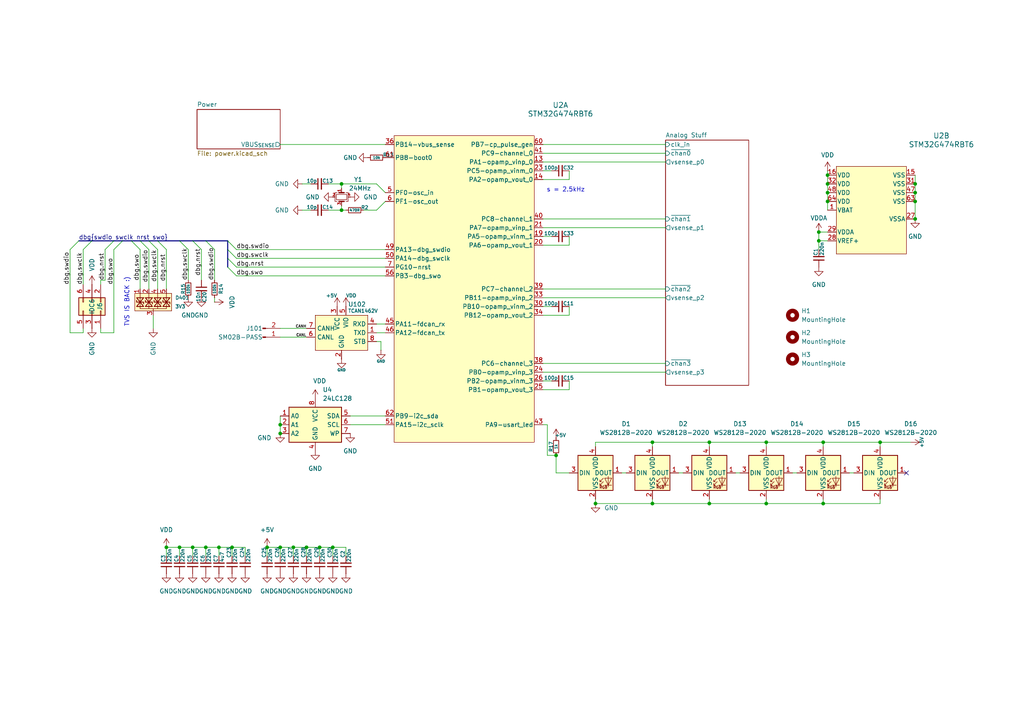
<source format=kicad_sch>
(kicad_sch (version 20250114) (generator "eeschema") (generator_version "9.0")
  (paper "A4")
  (lib_symbols
    (symbol "Bluesat:C_CompactH" (pin_numbers (hide yes)) (pin_names (offset 0.254) (hide yes))
      (property "Reference" "C" (at 0.762 0.889 0))
      (property "Value" "C_CompactH" (at -0.762 0.889 0))
      (symbol "C_CompactH_1_1"
        (pin passive line (at -2.54 0 0) (length 2.032) (name "~") (number "1"))
        (pin passive line (at 2.54 0 180) (length 2.032) (name "~") (number "2"))
      )
    )
    (symbol "Bluesat:C_CompactV" (pin_numbers (hide yes)) (pin_names (offset 0.254) (hide yes))
      (property "Reference" "C" (at -0.889 0.762 90))
      (property "Value" "C_CompactV" (at 0.889 0.762 90))
      (symbol "C_CompactV_1_1"
        (pin passive line (at 0 2.54 270) (length 2.032) (name "~") (number "2"))
        (pin passive line (at 0 -2.54 90) (length 2.032) (name "~") (number "1"))
      )
    )
    (symbol "Bluesat:D_TVS_Quad_Compact" (pin_names (offset 1.016) (hide yes))
      (property "Reference" "D" (at 0 6.35 0))
      (property "Value" "D_TVS_Dual_Compact" (at 0 5.08 0))
      (symbol "D_TVS_Quad_Compact_1_1"
        (pin passive line (at -3.81 3.81 270) (length 1.27) (name "") (number "1"))
        (pin passive line (at -3.81 3.81 270) (length 1.27) (hide yes) (name "") (number "10"))
        (pin passive line (at -1.27 3.81 270) (length 1.27) (name "") (number "2"))
        (pin passive line (at -1.27 3.81 270) (length 1.27) (hide yes) (name "") (number "9"))
        (pin passive line (at 0 -3.81 90) (length 1.27) (name "") (number "3"))
        (pin passive line (at 0 -3.81 90) (length 1.27) (hide yes) (name "") (number "8"))
        (pin passive line (at 1.27 3.81 270) (length 1.27) (name "") (number "4"))
        (pin passive line (at 1.27 3.81 270) (length 1.27) (hide yes) (name "") (number "7"))
        (pin passive line (at 3.81 3.81 270) (length 1.27) (name "") (number "5"))
        (pin passive line (at 3.81 3.81 270) (length 1.27) (hide yes) (name "") (number "6"))
      )
    )
    (symbol "Bluesat:R_CompactH" (pin_numbers (hide yes)) (pin_names (offset 0.254) (hide yes))
      (property "Reference" "R" (at 1.8415 0.1905 0))
      (property "Value" "R_CompactH" (at 0 0 0))
      (symbol "R_CompactH_1_1"
        (pin passive line (at -2.54 0 0) (length 0.762) (name "~") (number "1"))
        (pin passive line (at 2.54 0 180) (length 0.762) (name "~") (number "2"))
      )
    )
    (symbol "Bluesat:R_CompactV" (pin_numbers (hide yes)) (pin_names (offset 0.254) (hide yes))
      (property "Reference" "R" (at -0.889 0 90))
      (property "Value" "R_CompactV" (at 0 0 90))
      (symbol "R_CompactV_1_1"
        (pin passive line (at 0 2.54 270) (length 0.762) (name "~") (number "1"))
        (pin passive line (at 0 -2.54 90) (length 0.762) (name "~") (number "2"))
      )
    )
    (symbol "Bluesat:TCAN1462V"
      (property "Reference" "U" (at 1.905 8.255 0))
      (property "Value" "TCAN1462V" (at 1.905 6.35 0))
      (symbol "TCAN1462V_1_1"
        (pin input line (at -10.16 2.54 0) (length 2.54) (name "RXD") (number "4"))
        (pin input line (at -10.16 0 0) (length 2.54) (name "TXD") (number "1"))
        (pin input line (at -10.16 -2.54 0) (length 2.54) (name "STB") (number "8"))
        (pin input line (at -1.27 7.62 270) (length 2.54) (name "VIO") (number "5"))
        (pin input line (at 0 -7.62 90) (length 2.54) (name "GND") (number "2"))
        (pin input line (at 0 -7.62 90) (length 2.54) (hide yes) (name "EP") (number "9"))
        (pin input line (at 1.27 7.62 270) (length 2.54) (name "VCC") (number "3"))
        (pin input line (at 10.16 1.27 180) (length 2.54) (name "CANH") (number "7"))
        (pin input line (at 10.16 -1.27 180) (length 2.54) (name "CANL") (number "6"))
      )
    )
    (symbol "Connector:Conn_01x02_Pin" (pin_names (offset 1.016) (hide yes))
      (property "Reference" "J" (at 0 2.54 0))
      (property "Value" "Conn_01x02_Pin" (at 0 -5.08 0))
      (symbol "Conn_01x02_Pin_1_1"
        (pin passive line (at 5.08 0 180) (length 3.81) (name "Pin_1") (number "1"))
        (pin passive line (at 5.08 -2.54 180) (length 3.81) (name "Pin_2") (number "2"))
      )
    )
    (symbol "Connector_Generic:Conn_02x03_Odd_Even" (pin_names (offset 1.016) (hide yes))
      (property "Reference" "J" (at 1.27 5.08 0))
      (property "Value" "Conn_02x03_Odd_Even" (at 1.27 -5.08 0))
      (symbol "Conn_02x03_Odd_Even_1_1"
        (pin passive line (at -5.08 2.54 0) (length 3.81) (name "Pin_1") (number "1"))
        (pin passive line (at -5.08 0 0) (length 3.81) (name "Pin_3") (number "3"))
        (pin passive line (at -5.08 -2.54 0) (length 3.81) (name "Pin_5") (number "5"))
        (pin passive line (at 7.62 2.54 180) (length 3.81) (name "Pin_2") (number "2"))
        (pin passive line (at 7.62 0 180) (length 3.81) (name "Pin_4") (number "4"))
        (pin passive line (at 7.62 -2.54 180) (length 3.81) (name "Pin_6") (number "6"))
      )
    )
    (symbol "Device:Crystal_GND24_Small" (pin_names (offset 1.016) (hide yes))
      (property "Reference" "Y" (at 1.27 4.445 0))
      (property "Value" "Crystal_GND24_Small" (at 1.27 2.54 0))
      (symbol "Crystal_GND24_Small_1_1"
        (pin passive line (at -2.54 0 0) (length 1.27) (name "1") (number "1"))
        (pin passive line (at 0 2.54 270) (length 0.635) (name "4") (number "4"))
        (pin passive line (at 0 -2.54 90) (length 0.635) (name "2") (number "2"))
        (pin passive line (at 2.54 0 180) (length 1.27) (name "3") (number "3"))
      )
    )
    (symbol "LED:WS2812B-2020" (pin_names (offset 0.254))
      (property "Reference" "D" (at 5.08 5.715 0))
      (property "Value" "WS2812B-2020" (at 1.27 -5.715 0))
      (symbol "WS2812B-2020_0_0"
        (text "RGB" (at 2.286 -4.191 0) (effects (font (size 0.762 0.762))))
      )
      (symbol "WS2812B-2020_1_1"
        (pin input line (at -7.62 0 0) (length 2.54) (name "DIN") (number "3"))
        (pin power_in line (at 0 7.62 270) (length 2.54) (name "VDD") (number "4"))
        (pin power_in line (at 0 -7.62 90) (length 2.54) (name "VSS") (number "2"))
        (pin output line (at 7.62 0 180) (length 2.54) (name "DOUT") (number "1"))
      )
    )
    (symbol "Main_Power_Module:STM32G474RBT6" (pin_names (offset 0.254))
      (property "Reference" "U" (at 0 5.334 0))
      (property "Value" "STM32G474RBT6" (at 0 2.794 0))
      (symbol "STM32G474RBT6_1_1"
        (pin input line (at -22.86 -2.54 0) (length 2.54) (name "PB1-vbus_sense") (number "25"))
        (pin input line (at -22.86 -6.35 0) (length 2.54) (name "PB8-boot0") (number "61"))
        (pin input line (at -22.86 -16.51 0) (length 2.54) (name "PF0-osc_in") (number "5"))
        (pin input line (at -22.86 -19.05 0) (length 2.54) (name "PF1-osc_out") (number "6"))
        (pin bidirectional line (at -22.86 -33.02 0) (length 2.54) (name "PA13-dbg_swdio") (number "49"))
        (pin input line (at -22.86 -35.56 0) (length 2.54) (name "PA14-dbg_swclk") (number "50"))
        (pin input line (at -22.86 -38.1 0) (length 2.54) (name "PG10-nrst") (number "7"))
        (pin output line (at -22.86 -40.64 0) (length 2.54) (name "PB3-dbg_swo") (number "56"))
        (pin bidirectional line (at -22.86 -54.61 0) (length 2.54) (name "PA11-fdcan_rx") (number "45"))
        (pin bidirectional line (at -22.86 -57.15 0) (length 2.54) (name "PA12-fdcan_tx") (number "46"))
        (pin output line (at -22.86 -81.28 0) (length 2.54) (name "PB9-i2c_sda") (number "62"))
        (pin output line (at -22.86 -83.82 0) (length 2.54) (name "PA15-i2c_sclk") (number "51"))
        (pin output line (at 22.86 -2.54 180) (length 2.54) (name "PB7-cp_pulse_gen") (number "60"))
        (pin output line (at 22.86 -8.89 180) (length 2.54) (name "PC9-channel_0") (number "41"))
        (pin input line (at 22.86 -11.43 180) (length 2.54) (name "PA1-opamp_vinp_0") (number "13"))
        (pin input line (at 22.86 -13.97 180) (length 2.54) (name "PC5-opamp_vinm_0") (number "23"))
        (pin output line (at 22.86 -19.05 180) (length 2.54) (name "PC8-channel_1") (number "40"))
        (pin input line (at 22.86 -21.59 180) (length 2.54) (name "PA7-opamp_vinp_1") (number "21"))
        (pin input line (at 22.86 -24.13 180) (length 2.54) (name "PA5-opamp_vinm_1") (number "19"))
        (pin output line (at 22.86 -29.21 180) (length 2.54) (name "PC7-channel_2") (number "39"))
        (pin input line (at 22.86 -31.75 180) (length 2.54) (name "PB11-opamp_vinp_2") (number "33"))
        (pin input line (at 22.86 -34.29 180) (length 2.54) (name "PB10-opamp_vinm_2") (number "30"))
        (pin output line (at 22.86 -39.37 180) (length 2.54) (name "PC6-channel_3") (number "38"))
        (pin input line (at 22.86 -41.91 180) (length 2.54) (name "PC3-opamp_vinp_3") (number "11"))
        (pin input line (at 22.86 -44.45 180) (length 2.54) (name "PA3-opamp_vinm_3") (number "17"))
        (pin output line (at 22.86 -52.07 180) (length 2.54) (name "PA2-opamp_vout_0") (number "14"))
        (pin output line (at 22.86 -54.61 180) (length 2.54) (name "PA6-opamp_vout_1") (number "20"))
        (pin output line (at 22.86 -57.15 180) (length 2.54) (name "PB12-opamp_vout_2") (number "34"))
        (pin output line (at 22.86 -59.69 180) (length 2.54) (name "PA8-opamp_vout_3") (number "42"))
        (pin output line (at 22.86 -77.47 180) (length 2.54) (name "PA9-usart_led") (number "43"))
      )
      (symbol "STM32G474RBT6_2_1"
        (pin power_in line (at -12.7 -2.54 0) (length 2.54) (name "VDD") (number "16"))
        (pin power_in line (at -12.7 -5.08 0) (length 2.54) (name "VDD") (number "32"))
        (pin power_in line (at -12.7 -7.62 0) (length 2.54) (name "VDD") (number "48"))
        (pin power_in line (at -12.7 -10.16 0) (length 2.54) (name "VDD") (number "64"))
        (pin power_in line (at -12.7 -12.7 0) (length 2.54) (name "VBAT") (number "1"))
        (pin power_in line (at -12.7 -19.05 0) (length 2.54) (name "VDDA") (number "29"))
        (pin power_in line (at -12.7 -21.59 0) (length 2.54) (name "VREF+") (number "28"))
        (pin power_in line (at 12.7 -2.54 180) (length 2.54) (name "VSS") (number "15"))
        (pin power_in line (at 12.7 -5.08 180) (length 2.54) (name "VSS") (number "31"))
        (pin power_in line (at 12.7 -7.62 180) (length 2.54) (name "VSS") (number "47"))
        (pin power_in line (at 12.7 -10.16 180) (length 2.54) (name "VSS") (number "63"))
        (pin power_in line (at 12.7 -15.24 180) (length 2.54) (name "VSSA") (number "27"))
      )
    )
    (symbol "Mechanical:MountingHole" (pin_names (offset 1.016)) (in_bom no)
      (property "Reference" "H" (at 0 5.08 0))
      (property "Value" "MountingHole" (at 0 3.175 0))
    )
    (symbol "Memory_EEPROM:24LC128"
      (property "Reference" "U" (at -6.35 6.35 0))
      (property "Value" "24LC128" (at 1.27 6.35 0))
      (symbol "24LC128_1_1"
        (pin input line (at -10.16 2.54 0) (length 2.54) (name "A0") (number "1"))
        (pin input line (at -10.16 0 0) (length 2.54) (name "A1") (number "2"))
        (pin input line (at -10.16 -2.54 0) (length 2.54) (name "A2") (number "3"))
        (pin power_in line (at 0 7.62 270) (length 2.54) (name "VCC") (number "8"))
        (pin power_in line (at 0 -7.62 90) (length 2.54) (name "GND") (number "4"))
        (pin bidirectional line (at 10.16 2.54 180) (length 2.54) (name "SDA") (number "5"))
        (pin input line (at 10.16 0 180) (length 2.54) (name "SCL") (number "6"))
        (pin input line (at 10.16 -2.54 180) (length 2.54) (name "WP") (number "7"))
      )
    )
    (symbol "STM32G474RBT6_1" (pin_names (offset 0.254))
      (property "Reference" "U" (at 0 5.334 0))
      (property "Value" "STM32G474RBT6" (at 0 2.794 0))
      (symbol "STM32G474RBT6_1_1_1"
        (pin input line (at -22.86 -2.54 0) (length 2.54) (name "PB14-vbus_sense") (number "36"))
        (pin input line (at -22.86 -6.35 0) (length 2.54) (name "PB8-boot0") (number "61"))
        (pin input line (at -22.86 -16.51 0) (length 2.54) (name "PF0-osc_in") (number "5"))
        (pin input line (at -22.86 -19.05 0) (length 2.54) (name "PF1-osc_out") (number "6"))
        (pin bidirectional line (at -22.86 -33.02 0) (length 2.54) (name "PA13-dbg_swdio") (number "49"))
        (pin input line (at -22.86 -35.56 0) (length 2.54) (name "PA14-dbg_swclk") (number "50"))
        (pin input line (at -22.86 -38.1 0) (length 2.54) (name "PG10-nrst") (number "7"))
        (pin output line (at -22.86 -40.64 0) (length 2.54) (name "PB3-dbg_swo") (number "56"))
        (pin bidirectional line (at -22.86 -54.61 0) (length 2.54) (name "PA11-fdcan_rx") (number "45"))
        (pin bidirectional line (at -22.86 -57.15 0) (length 2.54) (name "PA12-fdcan_tx") (number "46"))
        (pin output line (at -22.86 -81.28 0) (length 2.54) (name "PB9-i2c_sda") (number "62"))
        (pin output line (at -22.86 -83.82 0) (length 2.54) (name "PA15-i2c_sclk") (number "51"))
        (pin output line (at 22.86 -2.54 180) (length 2.54) (name "PB7-cp_pulse_gen") (number "60"))
        (pin output line (at 22.86 -5.08 180) (length 2.54) (name "PC9-channel_0") (number "41"))
        (pin input line (at 22.86 -7.62 180) (length 2.54) (name "PA1-opamp_vinp_0") (number "13"))
        (pin input line (at 22.86 -10.16 180) (length 2.54) (name "PC5-opamp_vinm_0") (number "23"))
        (pin output line (at 22.86 -12.7 180) (length 2.54) (name "PA2-opamp_vout_0") (number "14"))
        (pin output line (at 22.86 -24.13 180) (length 2.54) (name "PC8-channel_1") (number "40"))
        (pin input line (at 22.86 -26.67 180) (length 2.54) (name "PA7-opamp_vinp_1") (number "21"))
        (pin input line (at 22.86 -29.21 180) (length 2.54) (name "PA5-opamp_vinm_1") (number "19"))
        (pin output line (at 22.86 -31.75 180) (length 2.54) (name "PA6-opamp_vout_1") (number "20"))
        (pin output line (at 22.86 -44.45 180) (length 2.54) (name "PC7-channel_2") (number "39"))
        (pin input line (at 22.86 -46.99 180) (length 2.54) (name "PB11-opamp_vinp_2") (number "33"))
        (pin input line (at 22.86 -49.53 180) (length 2.54) (name "PB10-opamp_vinm_2") (number "30"))
        (pin output line (at 22.86 -52.07 180) (length 2.54) (name "PB12-opamp_vout_2") (number "34"))
        (pin output line (at 22.86 -66.04 180) (length 2.54) (name "PC6-channel_3") (number "38"))
        (pin input line (at 22.86 -68.58 180) (length 2.54) (name "PB0-opamp_vinp_3") (number "24"))
        (pin input line (at 22.86 -71.12 180) (length 2.54) (name "PB2-opamp_vinm_3") (number "26"))
        (pin output line (at 22.86 -73.66 180) (length 2.54) (name "PB1-opamp_vout_3") (number "25"))
        (pin output line (at 22.86 -83.82 180) (length 2.54) (name "PA9-usart_led") (number "43"))
      )
      (symbol "STM32G474RBT6_1_2_1"
        (pin power_in line (at -12.7 -2.54 0) (length 2.54) (name "VDD") (number "16"))
        (pin power_in line (at -12.7 -5.08 0) (length 2.54) (name "VDD") (number "32"))
        (pin power_in line (at -12.7 -7.62 0) (length 2.54) (name "VDD") (number "48"))
        (pin power_in line (at -12.7 -10.16 0) (length 2.54) (name "VDD") (number "64"))
        (pin power_in line (at -12.7 -12.7 0) (length 2.54) (name "VBAT") (number "1"))
        (pin power_in line (at -12.7 -19.05 0) (length 2.54) (name "VDDA") (number "29"))
        (pin power_in line (at -12.7 -21.59 0) (length 2.54) (name "VREF+") (number "28"))
        (pin power_in line (at 12.7 -2.54 180) (length 2.54) (name "VSS") (number "15"))
        (pin power_in line (at 12.7 -5.08 180) (length 2.54) (name "VSS") (number "31"))
        (pin power_in line (at 12.7 -7.62 180) (length 2.54) (name "VSS") (number "47"))
        (pin power_in line (at 12.7 -10.16 180) (length 2.54) (name "VSS") (number "63"))
        (pin power_in line (at 12.7 -15.24 180) (length 2.54) (name "VSSA") (number "27"))
      )
    )
    (symbol "power:+5V" (power) (pin_numbers (hide yes)) (pin_names (offset 0) (hide yes))
      (property "Value" "+5V" (at 0 3.556 0))
      (symbol "+5V_1_1"
        (pin power_in line (at 0 0 90) (length 0) (name "~") (number "1"))
      )
    )
    (symbol "power:GND" (power) (pin_numbers (hide yes)) (pin_names (offset 0) (hide yes))
      (property "Value" "GND" (at 0 -3.81 0))
      (symbol "GND_1_1"
        (pin power_in line (at 0 0 270) (length 0) (name "~") (number "1"))
      )
    )
    (symbol "power:VDD" (power) (pin_numbers (hide yes)) (pin_names (offset 0) (hide yes))
      (property "Value" "VDD" (at 0 3.556 0))
      (symbol "VDD_1_1"
        (pin power_in line (at 0 0 90) (length 0) (name "~") (number "1"))
      )
    )
    (symbol "power:VDDA" (power) (pin_numbers (hide yes)) (pin_names (offset 0) (hide yes))
      (property "Value" "VDDA" (at 0 3.556 0))
      (symbol "VDDA_1_1"
        (pin power_in line (at 0 0 90) (length 0) (name "~") (number "1"))
      )
    )
  )
  (text "s = 2.5kHz" (at 164.084 55.118 0) (effects (font (size 1.27 1.27))))
  (text "TVS IS BACK :)" (at 36.83 87.63 90) (effects (font (size 1.27 1.27))))
  (junction (at 77.47 158.75))
  (junction (at 99.06 60.96))
  (junction (at 237.49 69.85))
  (junction (at 92.71 158.75))
  (junction (at 189.23 146.05))
  (junction (at 161.29 132.08))
  (junction (at 67.31 158.75))
  (junction (at 99.06 53.34))
  (junction (at 85.09 158.75))
  (junction (at 52.07 158.75))
  (junction (at 265.43 58.42))
  (junction (at 205.74 128.27))
  (junction (at 222.25 128.27))
  (junction (at 81.28 125.73))
  (junction (at 240.03 58.42))
  (junction (at 172.72 146.05))
  (junction (at 255.27 128.27))
  (junction (at 222.25 146.05))
  (junction (at 63.5 158.75))
  (junction (at 265.43 55.88))
  (junction (at 240.03 50.8))
  (junction (at 265.43 63.5))
  (junction (at 55.88 158.75))
  (junction (at 240.03 55.88))
  (junction (at 265.43 53.34))
  (junction (at 88.9 158.75))
  (junction (at 48.26 158.75))
  (junction (at 59.69 158.75))
  (junction (at 81.28 158.75))
  (junction (at 205.74 146.05))
  (junction (at 237.49 67.31))
  (junction (at 189.23 128.27))
  (junction (at 238.76 146.05))
  (junction (at 96.52 158.75))
  (junction (at 81.28 123.19))
  (junction (at 240.03 53.34))
  (junction (at 238.76 128.27))
  (no_connect (at 262.89 137.16))
  (bus_entry (at 33.02 69.85) (size -2.54 2.54))
  (bus_entry (at 43.18 69.85) (size 2.54 2.54))
  (bus_entry (at 35.56 69.85) (size -2.54 2.54))
  (bus_entry (at 55.88 69.85) (size 2.54 2.54))
  (bus_entry (at 66.04 72.39) (size 2.54 2.54))
  (bus_entry (at 52.07 69.85) (size 2.54 2.54))
  (bus_entry (at 40.64 69.85) (size 2.54 2.54))
  (bus_entry (at 66.04 74.93) (size 2.54 2.54))
  (bus_entry (at 59.69 69.85) (size 2.54 2.54))
  (bus_entry (at 66.04 77.47) (size 2.54 2.54))
  (bus_entry (at 22.86 69.85) (size -2.54 2.54))
  (bus_entry (at 45.72 69.85) (size 2.54 2.54))
  (bus_entry (at 38.1 69.85) (size 2.54 2.54))
  (bus_entry (at 26.67 69.85) (size -2.54 2.54))
  (bus_entry (at 66.04 69.85) (size 2.54 2.54))
  (wire (pts (xy 81.28 95.25) (xy 88.9 95.25)))
  (wire (pts (xy 77.47 158.75) (xy 81.28 158.75)))
  (wire (pts (xy 222.25 144.78) (xy 222.25 146.05)))
  (wire (pts (xy 99.06 53.34) (xy 109.22 53.34)))
  (wire (pts (xy 109.22 96.52) (xy 111.76 96.52)))
  (wire (pts (xy 95.25 60.96) (xy 99.06 60.96)))
  (bus (pts (xy 52.07 69.85) (xy 55.88 69.85)))
  (wire (pts (xy 45.72 72.39) (xy 45.72 83.82)))
  (wire (pts (xy 63.5 158.75) (xy 67.31 158.75)))
  (wire (pts (xy 172.72 128.27) (xy 189.23 128.27)))
  (wire (pts (xy 81.28 41.91) (xy 111.76 41.91)))
  (wire (pts (xy 92.71 158.75) (xy 96.52 158.75)))
  (wire (pts (xy 58.42 72.39) (xy 58.42 81.28)))
  (wire (pts (xy 109.22 60.96) (xy 111.76 58.42)))
  (wire (pts (xy 240.03 58.42) (xy 240.03 60.96)))
  (wire (pts (xy 157.48 91.44) (xy 165.1 91.44)))
  (wire (pts (xy 157.48 83.82) (xy 193.04 83.82)))
  (wire (pts (xy 20.32 96.52) (xy 24.13 96.52)))
  (wire (pts (xy 158.75 123.19) (xy 158.75 132.08)))
  (wire (pts (xy 29.21 81.28) (xy 30.48 81.28)))
  (wire (pts (xy 189.23 146.05) (xy 205.74 146.05)))
  (wire (pts (xy 237.49 69.85) (xy 240.03 69.85)))
  (wire (pts (xy 157.48 71.12) (xy 165.1 71.12)))
  (wire (pts (xy 33.02 72.39) (xy 33.02 96.52)))
  (wire (pts (xy 160.02 110.49) (xy 157.48 110.49)))
  (wire (pts (xy 205.74 128.27) (xy 222.25 128.27)))
  (bus (pts (xy 45.72 69.85) (xy 52.07 69.85)))
  (wire (pts (xy 54.61 72.39) (xy 54.61 81.28)))
  (wire (pts (xy 158.75 132.08) (xy 161.29 132.08)))
  (wire (pts (xy 222.25 146.05) (xy 238.76 146.05)))
  (wire (pts (xy 88.9 158.75) (xy 92.71 158.75)))
  (wire (pts (xy 157.48 123.19) (xy 158.75 123.19)))
  (wire (pts (xy 43.18 72.39) (xy 43.18 83.82)))
  (wire (pts (xy 172.72 144.78) (xy 172.72 146.05)))
  (wire (pts (xy 240.03 49.53) (xy 240.03 50.8)))
  (wire (pts (xy 196.85 137.16) (xy 198.12 137.16)))
  (wire (pts (xy 165.1 110.49) (xy 165.1 113.03)))
  (wire (pts (xy 48.26 72.39) (xy 48.26 83.82)))
  (wire (pts (xy 68.58 77.47) (xy 111.76 77.47)))
  (wire (pts (xy 222.25 128.27) (xy 238.76 128.27)))
  (wire (pts (xy 29.21 81.28) (xy 29.21 82.55)))
  (wire (pts (xy 240.03 50.8) (xy 240.03 53.34)))
  (wire (pts (xy 62.23 72.39) (xy 62.23 81.28)))
  (wire (pts (xy 67.31 158.75) (xy 67.31 161.29)))
  (wire (pts (xy 157.48 41.91) (xy 193.04 41.91)))
  (wire (pts (xy 85.09 158.75) (xy 85.09 161.29)))
  (wire (pts (xy 99.06 60.96) (xy 100.33 60.96)))
  (wire (pts (xy 240.03 53.34) (xy 240.03 55.88)))
  (wire (pts (xy 62.23 87.63) (xy 62.23 86.36)))
  (wire (pts (xy 240.03 55.88) (xy 240.03 58.42)))
  (bus (pts (xy 66.04 69.85) (xy 66.04 72.39)))
  (wire (pts (xy 71.12 158.75) (xy 71.12 161.29)))
  (wire (pts (xy 59.69 158.75) (xy 59.69 161.29)))
  (wire (pts (xy 264.16 128.27) (xy 255.27 128.27)))
  (wire (pts (xy 55.88 158.75) (xy 55.88 161.29)))
  (wire (pts (xy 265.43 50.8) (xy 265.43 53.34)))
  (wire (pts (xy 87.63 60.96) (xy 90.17 60.96)))
  (wire (pts (xy 238.76 144.78) (xy 238.76 146.05)))
  (wire (pts (xy 85.09 158.75) (xy 88.9 158.75)))
  (wire (pts (xy 157.48 113.03) (xy 165.1 113.03)))
  (wire (pts (xy 81.28 120.65) (xy 81.28 123.19)))
  (bus (pts (xy 66.04 72.39) (xy 66.04 74.93)))
  (wire (pts (xy 81.28 123.19) (xy 81.28 125.73)))
  (wire (pts (xy 157.48 86.36) (xy 193.04 86.36)))
  (wire (pts (xy 24.13 72.39) (xy 24.13 82.55)))
  (wire (pts (xy 160.02 68.58) (xy 157.48 68.58)))
  (wire (pts (xy 96.52 158.75) (xy 96.52 161.29)))
  (wire (pts (xy 213.36 137.16) (xy 214.63 137.16)))
  (wire (pts (xy 157.48 44.45) (xy 193.04 44.45)))
  (wire (pts (xy 68.58 80.01) (xy 111.76 80.01)))
  (bus (pts (xy 59.69 69.85) (xy 66.04 69.85)))
  (wire (pts (xy 172.72 146.05) (xy 189.23 146.05)))
  (wire (pts (xy 30.48 81.28) (xy 30.48 72.39)))
  (wire (pts (xy 20.32 72.39) (xy 20.32 96.52)))
  (wire (pts (xy 55.88 158.75) (xy 59.69 158.75)))
  (wire (pts (xy 48.26 158.75) (xy 48.26 161.29)))
  (wire (pts (xy 157.48 52.07) (xy 165.1 52.07)))
  (wire (pts (xy 172.72 128.27) (xy 172.72 129.54)))
  (wire (pts (xy 222.25 128.27) (xy 222.25 129.54)))
  (bus (pts (xy 66.04 74.93) (xy 66.04 77.47)))
  (wire (pts (xy 205.74 146.05) (xy 222.25 146.05)))
  (wire (pts (xy 87.63 53.34) (xy 90.17 53.34)))
  (wire (pts (xy 24.13 95.25) (xy 24.13 96.52)))
  (wire (pts (xy 44.45 95.25) (xy 44.45 91.44)))
  (wire (pts (xy 246.38 137.16) (xy 247.65 137.16)))
  (wire (pts (xy 189.23 128.27) (xy 205.74 128.27)))
  (wire (pts (xy 40.64 72.39) (xy 40.64 83.82)))
  (wire (pts (xy 109.22 93.98) (xy 111.76 93.98)))
  (wire (pts (xy 63.5 158.75) (xy 63.5 161.29)))
  (wire (pts (xy 180.34 137.16) (xy 181.61 137.16)))
  (wire (pts (xy 157.48 105.41) (xy 193.04 105.41)))
  (wire (pts (xy 157.48 107.95) (xy 193.04 107.95)))
  (wire (pts (xy 77.47 158.75) (xy 77.47 161.29)))
  (wire (pts (xy 160.02 88.9) (xy 157.48 88.9)))
  (wire (pts (xy 161.29 137.16) (xy 161.29 132.08)))
  (wire (pts (xy 237.49 69.85) (xy 237.49 72.39)))
  (bus (pts (xy 26.67 69.85) (xy 33.02 69.85)))
  (wire (pts (xy 110.49 99.06) (xy 110.49 101.6)))
  (wire (pts (xy 255.27 144.78) (xy 255.27 146.05)))
  (wire (pts (xy 29.21 95.25) (xy 29.21 96.52)))
  (wire (pts (xy 52.07 158.75) (xy 52.07 161.29)))
  (wire (pts (xy 237.49 67.31) (xy 237.49 69.85)))
  (wire (pts (xy 96.52 158.75) (xy 100.33 158.75)))
  (wire (pts (xy 238.76 146.05) (xy 255.27 146.05)))
  (wire (pts (xy 81.28 158.75) (xy 85.09 158.75)))
  (wire (pts (xy 238.76 128.27) (xy 255.27 128.27)))
  (wire (pts (xy 67.31 158.75) (xy 71.12 158.75)))
  (wire (pts (xy 81.28 97.79) (xy 88.9 97.79)))
  (wire (pts (xy 101.6 120.65) (xy 111.76 120.65)))
  (wire (pts (xy 68.58 74.93) (xy 111.76 74.93)))
  (wire (pts (xy 165.1 49.53) (xy 165.1 52.07)))
  (wire (pts (xy 165.1 68.58) (xy 165.1 71.12)))
  (wire (pts (xy 157.48 66.04) (xy 193.04 66.04)))
  (wire (pts (xy 265.43 53.34) (xy 265.43 55.88)))
  (wire (pts (xy 88.9 158.75) (xy 88.9 161.29)))
  (wire (pts (xy 48.26 158.75) (xy 52.07 158.75)))
  (wire (pts (xy 205.74 128.27) (xy 205.74 129.54)))
  (bus (pts (xy 38.1 69.85) (xy 40.64 69.85)))
  (wire (pts (xy 105.41 60.96) (xy 109.22 60.96)))
  (wire (pts (xy 205.74 144.78) (xy 205.74 146.05)))
  (wire (pts (xy 265.43 58.42) (xy 265.43 63.5)))
  (wire (pts (xy 160.02 49.53) (xy 157.48 49.53)))
  (wire (pts (xy 110.49 99.06) (xy 109.22 99.06)))
  (wire (pts (xy 237.49 67.31) (xy 240.03 67.31)))
  (wire (pts (xy 100.33 158.75) (xy 100.33 161.29)))
  (wire (pts (xy 95.25 53.34) (xy 99.06 53.34)))
  (wire (pts (xy 109.22 53.34) (xy 111.76 55.88)))
  (wire (pts (xy 29.21 96.52) (xy 33.02 96.52)))
  (bus (pts (xy 40.64 69.85) (xy 43.18 69.85)))
  (wire (pts (xy 52.07 158.75) (xy 55.88 158.75)))
  (wire (pts (xy 59.69 158.75) (xy 63.5 158.75)))
  (wire (pts (xy 81.28 158.75) (xy 81.28 161.29)))
  (wire (pts (xy 189.23 144.78) (xy 189.23 146.05)))
  (bus (pts (xy 33.02 69.85) (xy 35.56 69.85)))
  (wire (pts (xy 165.1 88.9) (xy 165.1 91.44)))
  (wire (pts (xy 157.48 46.99) (xy 193.04 46.99)))
  (bus (pts (xy 55.88 69.85) (xy 59.69 69.85)))
  (wire (pts (xy 255.27 128.27) (xy 255.27 129.54)))
  (wire (pts (xy 161.29 137.16) (xy 165.1 137.16)))
  (bus (pts (xy 22.86 69.85) (xy 26.67 69.85)))
  (wire (pts (xy 68.58 72.39) (xy 111.76 72.39)))
  (wire (pts (xy 238.76 128.27) (xy 238.76 129.54)))
  (bus (pts (xy 43.18 69.85) (xy 45.72 69.85)))
  (wire (pts (xy 99.06 59.69) (xy 99.06 60.96)))
  (wire (pts (xy 92.71 158.75) (xy 92.71 161.29)))
  (bus (pts (xy 35.56 69.85) (xy 38.1 69.85)))
  (wire (pts (xy 189.23 128.27) (xy 189.23 129.54)))
  (wire (pts (xy 157.48 63.5) (xy 193.04 63.5)))
  (wire (pts (xy 265.43 55.88) (xy 265.43 58.42)))
  (wire (pts (xy 101.6 123.19) (xy 111.76 123.19)))
  (wire (pts (xy 229.87 137.16) (xy 231.14 137.16)))
  (wire (pts (xy 99.06 53.34) (xy 99.06 54.61)))
  (label "dbg.nrst" (at 68.58 77.47 0))
  (label "dbg.swdio" (at 62.23 81.28 90))
  (label "dbg.swclk" (at 45.72 72.39 270))
  (label "dbg.swo" (at 33.02 82.55 90))
  (label "dbg.swclk" (at 24.13 82.55 90))
  (label "CANH" (at 88.9 95.25 180) (effects (font (size 0.762 0.762))))
  (label "dbg.nrst" (at 30.48 81.28 90))
  (label "dbg.swclk" (at 54.61 81.28 90))
  (label "dbg.swdio" (at 20.32 82.55 90))
  (label "dbg.swo" (at 68.58 80.01 0))
  (label "dbg.swclk" (at 68.58 74.93 0))
  (label "dbg.swo" (at 40.64 73.66 270))
  (label "dbg.swdio" (at 68.58 72.39 0))
  (label "dbg.swdio" (at 43.18 72.39 270))
  (label "dbg.nrst" (at 48.26 73.66 270))
  (label "CANL" (at 88.8866 97.79 180) (effects (font (size 0.762 0.762))))
  (label "dbg.nrst" (at 58.42 80.01 90))
  (label "dbg{swdio swclk nrst swo}" (at 22.86 69.85 0))
  (symbol (lib_id "power:GND") (at 26.67 95.25 0) (unit 1)
    (property "Reference" "#PWR036" (effects (hide yes)))
    (property "Value" "GND" (at 26.6699 99.06 90) (effects (justify right)))
    (property "Description" "Power symbol creates a global label with name \"GND\" , ground" (effects (hide yes)))
  )
  (symbol (lib_id "Bluesat:C_CompactV") (at 58.42 83.82 180) (unit 1)
    (property "Reference" "C20" (at 59.309 84.582 90) (effects (font (size 1.016 1.016)) (justify left)))
    (property "Value" "10n" (at 57.531 84.582 90) (effects (font (size 1.016 1.016)) (justify left)))
    (property "Footprint" "Capacitor_SMD:C_0402_1005Metric" (effects (hide yes)))
    (property "Description" "Unpolarized capacitor, compact symbol" (effects (hide yes)))
  )
  (symbol (lib_id "Bluesat:R_CompactV") (at 54.61 83.82 0) (unit 1)
    (property "Reference" "R15" (at 53.721 83.82 90) (effects (font (size 1.016 1.016)) (justify bottom)))
    (property "Value" "100k" (at 54.61 83.82 90) (effects (font (size 0.762 0.762))))
    (property "Footprint" "Resistor_SMD:R_0402_1005Metric" (effects (hide yes)))
    (property "Description" "Resistor, compact symbol" (effects (hide yes)))
  )
  (symbol (lib_id "power:GND") (at 87.63 53.34 270) (unit 1)
    (property "Reference" "#PWR026" (effects (hide yes)))
    (property "Value" "GND" (at 83.82 53.3399 90) (effects (justify right)))
    (property "Description" "Power symbol creates a global label with name \"GND\" , ground" (effects (hide yes)))
  )
  (symbol (lib_id "power:GND") (at 52.07 166.37 0) (unit 1)
    (property "Reference" "#PWR021" (effects (hide yes)))
    (property "Value" "GND" (at 52.07 171.45 0))
    (property "Description" "Power symbol creates a global label with name \"GND\" , ground" (effects (hide yes)))
  )
  (symbol (lib_name "STM32G474RBT6_1") (lib_id "Main_Power_Module:STM32G474RBT6") (at 134.62 39.37 0) (unit 1)
    (property "Reference" "U2" (at 162.56 30.48 0) (effects (font (size 1.524 1.524))))
    (property "Value" "STM32G474RBT6" (at 162.56 33.02 0) (effects (font (size 1.524 1.524))))
    (property "Footprint" "Bluesat:LQFP-64-0.5" (effects (hide yes)))
    (property "Datasheet" "https://www.st.com/resource/en/datasheet/stm32g474cb.pdf" (effects (hide yes)))
  )
  (symbol (lib_id "power:+5V") (at 97.79 88.9 0) (unit 1)
    (property "Reference" "#PWR0108" (effects (hide yes)))
    (property "Value" "+5V" (at 97.79 85.725 0) (effects (font (size 1.016 1.016)) (justify right)))
    (property "Description" "Power symbol creates a global label with name \"+5V\"" (effects (hide yes)))
  )
  (symbol (lib_id "power:GND") (at 71.12 166.37 0) (unit 1)
    (property "Reference" "#PWR053" (effects (hide yes)))
    (property "Value" "GND" (at 71.12 171.45 0))
    (property "Description" "Power symbol creates a global label with name \"GND\" , ground" (effects (hide yes)))
  )
  (symbol (lib_id "Bluesat:C_CompactV") (at 48.26 163.83 0) (unit 1)
    (property "Reference" "C3" (at 47.371 163.068 90) (effects (font (size 1.016 1.016)) (justify left)))
    (property "Value" "220n" (at 49.149 163.068 90) (effects (font (size 1.016 1.016)) (justify left)))
    (property "Footprint" "Capacitor_SMD:C_0402_1005Metric" (effects (hide yes)))
    (property "Description" "Unpolarized capacitor, compact symbol" (effects (hide yes)))
  )
  (symbol (lib_id "power:GND") (at 85.09 166.37 0) (unit 1)
    (property "Reference" "#PWR056" (effects (hide yes)))
    (property "Value" "GND" (at 85.09 171.45 0))
    (property "Description" "Power symbol creates a global label with name \"GND\" , ground" (effects (hide yes)))
  )
  (symbol (lib_id "power:GND") (at 100.33 166.37 0) (unit 1)
    (property "Reference" "#PWR010" (effects (hide yes)))
    (property "Value" "GND" (at 100.33 171.45 0))
    (property "Description" "Power symbol creates a global label with name \"GND\" , ground" (effects (hide yes)))
  )
  (symbol (lib_id "power:GND") (at 55.88 166.37 0) (unit 1)
    (property "Reference" "#PWR049" (effects (hide yes)))
    (property "Value" "GND" (at 55.88 171.45 0))
    (property "Description" "Power symbol creates a global label with name \"GND\" , ground" (effects (hide yes)))
  )
  (symbol (lib_id "Bluesat:C_CompactV") (at 96.52 163.83 0) (unit 1)
    (property "Reference" "C30" (at 95.631 161.798 90) (effects (font (size 1.016 1.016)) (justify left)))
    (property "Value" "220n" (at 97.409 163.068 90) (effects (font (size 1.016 1.016)) (justify left)))
    (property "Footprint" "Capacitor_SMD:C_0402_1005Metric" (effects (hide yes)))
    (property "Description" "Unpolarized capacitor, compact symbol" (effects (hide yes)))
  )
  (symbol (lib_id "LED:WS2812B-2020") (at 238.76 137.16 0) (unit 1)
    (property "Reference" "D15" (at 247.65 122.936 0))
    (property "Value" "WS2812B-2020" (at 247.65 125.476 0))
    (property "Footprint" "Bluesat:WS2812B-2020" (effects (hide yes)))
    (property "Datasheet" "https://cdn-shop.adafruit.com/product-files/4684/4684_WS2812B-2020_V1.3_EN.pdf" (effects (hide yes)))
    (property "Description" "RGB LED with integrated controller, 2.0 x 2.0 mm, 12 mA" (effects (hide yes)))
  )
  (symbol (lib_id "power:GND") (at 96.52 166.37 0) (unit 1)
    (property "Reference" "#PWR059" (effects (hide yes)))
    (property "Value" "GND" (at 96.52 171.45 0))
    (property "Description" "Power symbol creates a global label with name \"GND\" , ground" (effects (hide yes)))
  )
  (symbol (lib_id "Bluesat:C_CompactH") (at 162.56 110.49 0) (unit 1)
    (property "Reference" "C15" (at 163.322 109.601 0) (effects (font (size 1.016 1.016)) (justify left)))
    (property "Value" "100p" (at 161.798 109.601 0) (effects (font (size 1.016 1.016)) (justify right)))
    (property "Footprint" "Capacitor_SMD:C_0402_1005Metric" (effects (hide yes)))
    (property "Description" "Unpolarized capacitor, compact symbol" (effects (hide yes)))
  )
  (symbol (lib_id "power:VDD") (at 240.03 49.53 0) (unit 1)
    (property "Reference" "#PWR045" (effects (hide yes)))
    (property "Value" "VDD" (at 240.03 44.958 0))
    (property "Description" "Power symbol creates a global label with name \"VDD\"" (effects (hide yes)))
  )
  (symbol (lib_id "power:GND") (at 101.6 57.15 90) (unit 1)
    (property "Reference" "#PWR029" (effects (hide yes)))
    (property "Value" "GND" (at 105.41 57.1499 90) (effects (justify right)))
    (property "Description" "Power symbol creates a global label with name \"GND\" , ground" (effects (hide yes)))
  )
  (symbol (lib_id "power:+5V") (at 161.29 127 0) (unit 1)
    (property "Reference" "#PWR03" (effects (hide yes)))
    (property "Value" "+5V" (at 162.56 126.238 0) (effects (font (size 1.016 1.016))))
    (property "Description" "Power symbol creates a global label with name \"+5V\"" (effects (hide yes)))
  )
  (symbol (lib_id "power:GND") (at 99.06 104.14 0) (unit 1)
    (property "Reference" "#PWR0111" (effects (hide yes)))
    (property "Value" "GND" (at 99.06 107.315 0) (effects (font (size 0.762 0.762))))
    (property "Description" "Power symbol creates a global label with name \"GND\" , ground" (effects (hide yes)))
  )
  (symbol (lib_id "power:VDD") (at 48.26 158.75 0) (unit 1)
    (property "Reference" "#PWR07" (effects (hide yes)))
    (property "Value" "VDD" (at 48.26 153.67 0))
    (property "Description" "Power symbol creates a global label with name \"VDD\"" (effects (hide yes)))
  )
  (symbol (lib_id "Bluesat:C_CompactH") (at 162.56 68.58 0) (unit 1)
    (property "Reference" "C33" (at 163.322 67.691 0) (effects (font (size 1.016 1.016)) (justify left)))
    (property "Value" "100p" (at 161.798 67.691 0) (effects (font (size 1.016 1.016)) (justify right)))
    (property "Footprint" "Capacitor_SMD:C_0402_1005Metric" (effects (hide yes)))
    (property "Description" "Unpolarized capacitor, compact symbol" (effects (hide yes)))
  )
  (symbol (lib_id "Connector_Generic:Conn_02x03_Odd_Even") (at 26.67 90.17 270) (mirror x) (unit 1)
    (property "Reference" "J6" (at 28.956 88.9 0))
    (property "Value" "IDC6" (at 26.67 88.9 0))
    (property "Footprint" "Bluesat:IDC6" (effects (hide yes)))
    (property "Description" "Generic connector, double row, 02x03, odd/even pin numbering scheme (row 1 odd numbers, row 2 even numbers), script generated (kicad-library-utils/schlib/autogen/connector/)" (effects (hide yes)))
  )
  (symbol (lib_id "power:GND") (at 172.72 146.05 0) (unit 1)
    (property "Reference" "#PWR02" (effects (hide yes)))
    (property "Value" "GND" (at 175.26 147.3199 0) (effects (justify left)))
    (property "Description" "Power symbol creates a global label with name \"GND\" , ground" (effects (hide yes)))
  )
  (symbol (lib_id "power:GND") (at 101.6 125.73 0) (unit 1)
    (property "Reference" "#PWR01" (effects (hide yes)))
    (property "Value" "GND" (at 101.6 130.81 0))
    (property "Description" "Power symbol creates a global label with name \"GND\" , ground" (effects (hide yes)))
  )
  (symbol (lib_id "power:GND") (at 96.52 57.15 270) (unit 1)
    (property "Reference" "#PWR028" (effects (hide yes)))
    (property "Value" "GND" (at 92.71 57.1499 90) (effects (justify right)))
    (property "Description" "Power symbol creates a global label with name \"GND\" , ground" (effects (hide yes)))
  )
  (symbol (lib_id "Bluesat:C_CompactV") (at 85.09 163.83 0) (unit 1)
    (property "Reference" "C27" (at 84.201 161.798 90) (effects (font (size 1.016 1.016)) (justify left)))
    (property "Value" "220n" (at 85.979 163.068 90) (effects (font (size 1.016 1.016)) (justify left)))
    (property "Footprint" "Capacitor_SMD:C_0402_1005Metric" (effects (hide yes)))
    (property "Description" "Unpolarized capacitor, compact symbol" (effects (hide yes)))
  )
  (symbol (lib_id "Mechanical:MountingHole") (at 229.87 104.14 0) (unit 1) (in_bom no)
    (property "Reference" "H3" (at 232.41 102.8699 0) (effects (justify left)))
    (property "Value" "MountingHole" (at 232.41 105.4099 0) (effects (justify left)))
    (property "Footprint" "Bluesat:M2.5_Internal" (effects (hide yes)))
    (property "Description" "Mounting Hole without connection" (effects (hide yes)))
  )
  (symbol (lib_id "power:GND") (at 81.28 125.73 0) (unit 1)
    (property "Reference" "#PWR047" (effects (hide yes)))
    (property "Value" "GND" (at 78.74 127.0001 0) (effects (justify right)))
    (property "Description" "Power symbol creates a global label with name \"GND\" , ground" (effects (hide yes)))
  )
  (symbol (lib_id "power:VDD") (at 100.33 88.9 0) (unit 1)
    (property "Reference" "#PWR0116" (effects (hide yes)))
    (property "Value" "VDD" (at 100.33 85.725 0) (effects (font (size 1.016 1.016)) (justify left)))
    (property "Description" "Power symbol creates a global label with name \"VDD\"" (effects (hide yes)))
  )
  (symbol (lib_id "power:VDD") (at 62.23 87.63 270) (mirror x) (unit 1)
    (property "Reference" "#PWR041" (effects (hide yes)))
    (property "Value" "VDD" (at 67.31 87.63 0))
    (property "Description" "Power symbol creates a global label with name \"VDD\"" (effects (hide yes)))
  )
  (symbol (lib_id "power:GND") (at 88.9 166.37 0) (unit 1)
    (property "Reference" "#PWR057" (effects (hide yes)))
    (property "Value" "GND" (at 88.9 171.45 0))
    (property "Description" "Power symbol creates a global label with name \"GND\" , ground" (effects (hide yes)))
  )
  (symbol (lib_id "LED:WS2812B-2020") (at 205.74 137.16 0) (unit 1)
    (property "Reference" "D13" (at 214.63 122.936 0))
    (property "Value" "WS2812B-2020" (at 214.63 125.476 0))
    (property "Footprint" "Bluesat:WS2812B-2020" (effects (hide yes)))
    (property "Datasheet" "https://cdn-shop.adafruit.com/product-files/4684/4684_WS2812B-2020_V1.3_EN.pdf" (effects (hide yes)))
    (property "Description" "RGB LED with integrated controller, 2.0 x 2.0 mm, 12 mA" (effects (hide yes)))
  )
  (symbol (lib_id "Bluesat:C_CompactH") (at 92.71 53.34 0) (unit 1)
    (property "Reference" "C13" (at 93.472 52.451 0) (effects (font (size 1.016 1.016)) (justify left)))
    (property "Value" "10p" (at 91.948 52.451 0) (effects (font (size 1.016 1.016)) (justify right)))
    (property "Footprint" "Capacitor_SMD:C_0402_1005Metric" (effects (hide yes)))
    (property "Description" "Unpolarized capacitor, compact symbol" (effects (hide yes)))
  )
  (symbol (lib_id "power:GND") (at 77.47 166.37 0) (unit 1)
    (property "Reference" "#PWR054" (effects (hide yes)))
    (property "Value" "GND" (at 77.47 171.45 0))
    (property "Description" "Power symbol creates a global label with name \"GND\" , ground" (effects (hide yes)))
  )
  (symbol (lib_id "power:+5V") (at 77.47 158.75 0) (unit 1)
    (property "Reference" "#PWR09" (effects (hide yes)))
    (property "Value" "+5V" (at 77.47 153.67 0))
    (property "Description" "Power symbol creates a global label with name \"+5V\"" (effects (hide yes)))
  )
  (symbol (lib_id "Bluesat:C_CompactV") (at 71.12 163.83 0) (unit 1)
    (property "Reference" "C24" (at 70.231 161.798 90) (effects (font (size 1.016 1.016)) (justify left)))
    (property "Value" "220n" (at 72.009 163.068 90) (effects (font (size 1.016 1.016)) (justify left)))
    (property "Footprint" "Capacitor_SMD:C_0402_1005Metric" (effects (hide yes)))
    (property "Description" "Unpolarized capacitor, compact symbol" (effects (hide yes)))
  )
  (symbol (lib_id "power:GND") (at 59.69 166.37 0) (unit 1)
    (property "Reference" "#PWR050" (effects (hide yes)))
    (property "Value" "GND" (at 59.69 171.45 0))
    (property "Description" "Power symbol creates a global label with name \"GND\" , ground" (effects (hide yes)))
  )
  (symbol (lib_id "LED:WS2812B-2020") (at 222.25 137.16 0) (unit 1)
    (property "Reference" "D14" (at 231.14 122.936 0))
    (property "Value" "WS2812B-2020" (at 231.14 125.476 0))
    (property "Footprint" "Bluesat:WS2812B-2020" (effects (hide yes)))
    (property "Datasheet" "https://cdn-shop.adafruit.com/product-files/4684/4684_WS2812B-2020_V1.3_EN.pdf" (effects (hide yes)))
    (property "Description" "RGB LED with integrated controller, 2.0 x 2.0 mm, 12 mA" (effects (hide yes)))
  )
  (symbol (lib_id "Bluesat:R_CompactH") (at 62.23 83.82 270) (mirror x) (unit 1)
    (property "Reference" "R14" (at 63.5 85.344 0) (effects (font (size 1.016 1.016)) (justify left bottom)))
    (property "Value" "100k" (at 62.23 83.82 0) (effects (font (size 0.762 0.762))))
    (property "Footprint" "Resistor_SMD:R_0402_1005Metric" (effects (hide yes)))
    (property "Description" "Resistor, compact symbol" (effects (hide yes)))
  )
  (symbol (lib_id "power:VDDA") (at 237.49 67.31 0) (unit 1)
    (property "Reference" "#PWR044" (effects (hide yes)))
    (property "Value" "VDDA" (at 237.49 63.246 0))
    (property "Description" "Power symbol creates a global label with name \"VDDA\"" (effects (hide yes)))
  )
  (symbol (lib_id "Bluesat:C_CompactV") (at 52.07 163.83 0) (unit 1)
    (property "Reference" "C4" (at 51.181 163.068 90) (effects (font (size 1.016 1.016)) (justify left)))
    (property "Value" "220n" (at 52.959 163.068 90) (effects (font (size 1.016 1.016)) (justify left)))
    (property "Footprint" "Capacitor_SMD:C_0402_1005Metric" (effects (hide yes)))
    (property "Description" "Unpolarized capacitor, compact symbol" (effects (hide yes)))
  )
  (symbol (lib_id "power:GND") (at 81.28 166.37 0) (unit 1)
    (property "Reference" "#PWR055" (effects (hide yes)))
    (property "Value" "GND" (at 81.28 171.45 0))
    (property "Description" "Power symbol creates a global label with name \"GND\" , ground" (effects (hide yes)))
  )
  (symbol (lib_id "LED:WS2812B-2020") (at 189.23 137.16 0) (unit 1)
    (property "Reference" "D2" (at 198.12 122.936 0))
    (property "Value" "WS2812B-2020" (at 198.12 125.476 0))
    (property "Footprint" "Bluesat:WS2812B-2020" (effects (hide yes)))
    (property "Datasheet" "https://cdn-shop.adafruit.com/product-files/4684/4684_WS2812B-2020_V1.3_EN.pdf" (effects (hide yes)))
    (property "Description" "RGB LED with integrated controller, 2.0 x 2.0 mm, 12 mA" (effects (hide yes)))
  )
  (symbol (lib_id "Bluesat:R_CompactH") (at 102.87 60.96 0) (unit 1)
    (property "Reference" "R2" (at 104.7115 60.7695 0) (effects (font (size 1.016 1.016)) (justify left bottom)))
    (property "Value" "470R" (at 102.87 60.96 0) (effects (font (size 0.762 0.762))))
    (property "Footprint" "Resistor_SMD:R_0402_1005Metric" (effects (hide yes)))
    (property "Description" "Resistor, compact symbol" (effects (hide yes)))
  )
  (symbol (lib_id "power:GND") (at 58.42 86.36 0) (unit 1)
    (property "Reference" "#PWR068" (effects (hide yes)))
    (property "Value" "GND" (at 58.42 91.44 0))
    (property "Description" "Power symbol creates a global label with name \"GND\" , ground" (effects (hide yes)))
  )
  (symbol (lib_id "Memory_EEPROM:24LC128") (at 91.44 123.19 0) (unit 1)
    (property "Reference" "U4" (at 93.5833 113.03 0) (effects (justify left)))
    (property "Value" "24LC128" (at 93.5833 115.57 0) (effects (justify left)))
    (property "Footprint" "Bluesat:TSSOP-8_4.4x3.0-0.65" (effects (hide yes)))
    (property "Datasheet" "http://ww1.microchip.com/downloads/en/DeviceDoc/21191s.pdf" (effects (hide yes)))
    (property "Description" "I2C Serial EEPROM, 128Kb, DIP-8/SOIC-8/TSSOP-8/DFN-8" (effects (hide yes)))
  )
  (symbol (lib_id "Main_Power_Module:STM32G474RBT6") (at 252.73 48.26 0) (unit 2)
    (property "Reference" "U2" (at 273.05 39.37 0) (effects (font (size 1.524 1.524))))
    (property "Value" "STM32G474RBT6" (at 273.05 41.91 0) (effects (font (size 1.524 1.524))))
    (property "Footprint" "Bluesat:LQFP-64-0.5" (effects (hide yes)))
    (property "Datasheet" "https://www.st.com/resource/en/datasheet/stm32g474cb.pdf" (effects (hide yes)))
  )
  (symbol (lib_id "power:GND") (at 265.43 63.5 0) (unit 1)
    (property "Reference" "#PWR066" (effects (hide yes)))
    (property "Value" "GND" (at 265.43 68.58 0))
    (property "Description" "Power symbol creates a global label with name \"GND\" , ground" (effects (hide yes)))
  )
  (symbol (lib_id "Bluesat:C_CompactH") (at 162.56 49.53 0) (unit 1)
    (property "Reference" "C32" (at 163.322 48.641 0) (effects (font (size 1.016 1.016)) (justify left)))
    (property "Value" "100p" (at 161.798 48.641 0) (effects (font (size 1.016 1.016)) (justify right)))
    (property "Footprint" "Capacitor_SMD:C_0402_1005Metric" (effects (hide yes)))
    (property "Description" "Unpolarized capacitor, compact symbol" (effects (hide yes)))
  )
  (symbol (lib_id "LED:WS2812B-2020") (at 255.27 137.16 0) (unit 1)
    (property "Reference" "D16" (at 264.16 122.936 0))
    (property "Value" "WS2812B-2020" (at 264.16 125.476 0))
    (property "Footprint" "Bluesat:WS2812B-2020" (effects (hide yes)))
    (property "Datasheet" "https://cdn-shop.adafruit.com/product-files/4684/4684_WS2812B-2020_V1.3_EN.pdf" (effects (hide yes)))
    (property "Description" "RGB LED with integrated controller, 2.0 x 2.0 mm, 12 mA" (effects (hide yes)))
  )
  (symbol (lib_id "Bluesat:C_CompactV") (at 55.88 163.83 0) (unit 1)
    (property "Reference" "C5" (at 54.991 163.068 90) (effects (font (size 1.016 1.016)) (justify left)))
    (property "Value" "220n" (at 56.769 163.068 90) (effects (font (size 1.016 1.016)) (justify left)))
    (property "Footprint" "Capacitor_SMD:C_0402_1005Metric" (effects (hide yes)))
    (property "Description" "Unpolarized capacitor, compact symbol" (effects (hide yes)))
  )
  (symbol (lib_id "Bluesat:C_CompactV") (at 77.47 163.83 0) (unit 1)
    (property "Reference" "C25" (at 76.581 161.798 90) (effects (font (size 1.016 1.016)) (justify left)))
    (property "Value" "220n" (at 78.359 163.068 90) (effects (font (size 1.016 1.016)) (justify left)))
    (property "Footprint" "Capacitor_SMD:C_0402_1005Metric" (effects (hide yes)))
    (property "Description" "Unpolarized capacitor, compact symbol" (effects (hide yes)))
  )
  (symbol (lib_id "power:GND") (at 110.49 101.6 0) (unit 1)
    (property "Reference" "#PWR0102" (effects (hide yes)))
    (property "Value" "GND" (at 110.49 104.775 0) (effects (font (size 0.762 0.762))))
    (property "Description" "Power symbol creates a global label with name \"GND\" , ground" (effects (hide yes)))
  )
  (symbol (lib_id "Bluesat:C_CompactV") (at 81.28 163.83 0) (unit 1)
    (property "Reference" "C26" (at 80.391 161.798 90) (effects (font (size 1.016 1.016)) (justify left)))
    (property "Value" "220n" (at 82.169 163.068 90) (effects (font (size 1.016 1.016)) (justify left)))
    (property "Footprint" "Capacitor_SMD:C_0402_1005Metric" (effects (hide yes)))
    (property "Description" "Unpolarized capacitor, compact symbol" (effects (hide yes)))
  )
  (symbol (lib_id "power:GND") (at 92.71 166.37 0) (unit 1)
    (property "Reference" "#PWR058" (effects (hide yes)))
    (property "Value" "GND" (at 92.71 171.45 0))
    (property "Description" "Power symbol creates a global label with name \"GND\" , ground" (effects (hide yes)))
  )
  (symbol (lib_id "Bluesat:C_CompactV") (at 63.5 163.83 0) (unit 1)
    (property "Reference" "C7" (at 62.611 163.068 90) (effects (font (size 1.016 1.016)) (justify left)))
    (property "Value" "4u7" (at 64.389 163.068 90) (effects (font (size 1.016 1.016)) (justify left)))
    (property "Footprint" "Capacitor_SMD:C_0805_2012Metric" (effects (hide yes)))
    (property "Description" "Unpolarized capacitor, compact symbol" (effects (hide yes)))
  )
  (symbol (lib_id "Bluesat:C_CompactV") (at 237.49 74.93 0) (unit 1)
    (property "Reference" "C1" (at 236.601 74.168 90) (effects (font (size 1.016 1.016)) (justify left)))
    (property "Value" "220n" (at 238.379 74.168 90) (effects (font (size 1.016 1.016)) (justify left)))
    (property "Footprint" "Capacitor_SMD:C_0402_1005Metric" (effects (hide yes)))
    (property "Description" "Unpolarized capacitor, compact symbol" (effects (hide yes)))
  )
  (symbol (lib_id "Bluesat:D_TVS_Quad_Compact") (at 44.45 87.63 0) (unit 1)
    (property "Reference" "D401" (at 50.8 86.3599 0) (effects (font (size 1.016 1.016)) (justify left)))
    (property "Value" "3V3" (at 50.8 88.8999 0) (effects (font (size 1.016 1.016)) (justify left)))
    (property "Footprint" "Package_DFN_QFN:Diodes_UDFN-10_1x2.5mm_P0.5mm" (effects (hide yes)))
    (property "Description" "Dual bidirectional transient-voltage-suppression diode, compact symbol" (effects (hide yes)))
  )
  (symbol (lib_id "Mechanical:MountingHole") (at 229.87 97.79 0) (unit 1) (in_bom no)
    (property "Reference" "H2" (at 232.41 96.5199 0) (effects (justify left)))
    (property "Value" "MountingHole" (at 232.41 99.0599 0) (effects (justify left)))
    (property "Footprint" "Bluesat:M2.5_Internal" (effects (hide yes)))
    (property "Description" "Mounting Hole without connection" (effects (hide yes)))
  )
  (symbol (lib_id "Device:Crystal_GND24_Small") (at 99.06 57.15 270) (unit 1)
    (property "Reference" "Y1" (at 103.886 52.07 90))
    (property "Value" "24MHz" (at 104.394 54.61 90))
    (property "Footprint" "Crystal:Crystal_SMD_2016-4Pin_2.0x1.6mm" (effects (hide yes)))
    (property "Description" "Four pin crystal, GND on pins 2 and 4, small symbol" (effects (hide yes)))
  )
  (symbol (lib_id "Bluesat:TCAN1462V") (at 99.06 96.52 0) (mirror y) (unit 1)
    (property "Reference" "U102" (at 100.965 88.265 0) (effects (justify right)))
    (property "Value" "TCAN1462V" (at 100.965 90.17 0) (effects (font (size 1.016 1.016)) (justify right)))
    (property "Footprint" "Package_SO:SOIC-8_3.9x4.9mm_P1.27mm" (effects (hide yes)))
  )
  (symbol (lib_id "power:GND") (at 48.26 166.37 0) (unit 1)
    (property "Reference" "#PWR08" (effects (hide yes)))
    (property "Value" "GND" (at 48.26 171.45 0))
    (property "Description" "Power symbol creates a global label with name \"GND\" , ground" (effects (hide yes)))
  )
  (symbol (lib_id "power:GND") (at 87.63 60.96 270) (unit 1)
    (property "Reference" "#PWR027" (effects (hide yes)))
    (property "Value" "GND" (at 83.82 60.9599 90) (effects (justify right)))
    (property "Description" "Power symbol creates a global label with name \"GND\" , ground" (effects (hide yes)))
  )
  (symbol (lib_id "power:VDD") (at 91.44 115.57 0) (unit 1)
    (property "Reference" "#PWR039" (effects (hide yes)))
    (property "Value" "VDD" (at 92.71 110.49 0))
    (property "Description" "Power symbol creates a global label with name \"VDD\"" (effects (hide yes)))
  )
  (symbol (lib_id "power:GND") (at 54.61 86.36 0) (unit 1)
    (property "Reference" "#PWR042" (effects (hide yes)))
    (property "Value" "GND" (at 54.61 91.44 0))
    (property "Description" "Power symbol creates a global label with name \"GND\" , ground" (effects (hide yes)))
  )
  (symbol (lib_id "Connector:Conn_01x02_Pin") (at 76.2 97.79 0) (mirror x) (unit 1)
    (property "Reference" "J101" (at 76.2 95.25 0) (effects (justify right)))
    (property "Value" "SM02B-PASS" (at 76.2 97.79 0) (effects (justify right)))
    (property "Footprint" "Bluesat:SM02B-PASS" (effects (hide yes)))
    (property "Description" "Generic connector, single row, 01x02, script generated" (effects (hide yes)))
  )
  (symbol (lib_id "Mechanical:MountingHole") (at 229.87 91.44 0) (unit 1) (in_bom no)
    (property "Reference" "H1" (at 232.41 90.1699 0) (effects (justify left)))
    (property "Value" "MountingHole" (at 232.41 92.7099 0) (effects (justify left)))
    (property "Footprint" "Bluesat:M2.5_Internal" (effects (hide yes)))
    (property "Description" "Mounting Hole without connection" (effects (hide yes)))
  )
  (symbol (lib_id "power:GND") (at 106.68 45.72 270) (unit 1)
    (property "Reference" "#PWR038" (effects (hide yes)))
    (property "Value" "GND" (at 101.6 45.72 90))
    (property "Description" "Power symbol creates a global label with name \"GND\" , ground" (effects (hide yes)))
  )
  (symbol (lib_id "power:GND") (at 63.5 166.37 0) (unit 1)
    (property "Reference" "#PWR051" (effects (hide yes)))
    (property "Value" "GND" (at 63.5 171.45 0))
    (property "Description" "Power symbol creates a global label with name \"GND\" , ground" (effects (hide yes)))
  )
  (symbol (lib_id "Bluesat:C_CompactV") (at 67.31 163.83 0) (unit 1)
    (property "Reference" "C23" (at 66.421 161.798 90) (effects (font (size 1.016 1.016)) (justify left)))
    (property "Value" "220n" (at 68.199 163.068 90) (effects (font (size 1.016 1.016)) (justify left)))
    (property "Footprint" "Capacitor_SMD:C_0402_1005Metric" (effects (hide yes)))
    (property "Description" "Unpolarized capacitor, compact symbol" (effects (hide yes)))
  )
  (symbol (lib_id "Bluesat:C_CompactH") (at 92.71 60.96 0) (unit 1)
    (property "Reference" "C14" (at 93.472 60.071 0) (effects (font (size 1.016 1.016)) (justify left)))
    (property "Value" "10p" (at 91.948 60.071 0) (effects (font (size 1.016 1.016)) (justify right)))
    (property "Footprint" "Capacitor_SMD:C_0402_1005Metric" (effects (hide yes)))
    (property "Description" "Unpolarized capacitor, compact symbol" (effects (hide yes)))
  )
  (symbol (lib_id "power:GND") (at 237.49 77.47 0) (unit 1)
    (property "Reference" "#PWR043" (effects (hide yes)))
    (property "Value" "GND" (at 237.49 82.55 0))
    (property "Description" "Power symbol creates a global label with name \"GND\" , ground" (effects (hide yes)))
  )
  (symbol (lib_id "power:GND") (at 67.31 166.37 0) (unit 1)
    (property "Reference" "#PWR052" (effects (hide yes)))
    (property "Value" "GND" (at 67.31 171.45 0))
    (property "Description" "Power symbol creates a global label with name \"GND\" , ground" (effects (hide yes)))
  )
  (symbol (lib_id "Bluesat:C_CompactH") (at 162.56 88.9 0) (unit 1)
    (property "Reference" "C11" (at 163.322 88.011 0) (effects (font (size 1.016 1.016)) (justify left)))
    (property "Value" "100p" (at 161.798 88.011 0) (effects (font (size 1.016 1.016)) (justify right)))
    (property "Footprint" "Capacitor_SMD:C_0402_1005Metric" (effects (hide yes)))
    (property "Description" "Unpolarized capacitor, compact symbol" (effects (hide yes)))
  )
  (symbol (lib_id "power:+5V") (at 264.16 128.27 270) (unit 1)
    (property "Reference" "#PWR071" (effects (hide yes)))
    (property "Value" "+5V" (at 267.335 128.27 0) (effects (font (size 1.016 1.016))))
    (property "Description" "Power symbol creates a global label with name \"+5V\"" (effects (hide yes)))
  )
  (symbol (lib_id "power:VDD") (at 26.67 82.55 0) (unit 1)
    (property "Reference" "#PWR037" (effects (hide yes)))
    (property "Value" "VDD" (at 26.6699 78.74 90) (effects (justify left)))
    (property "Description" "Power symbol creates a global label with name \"VDD\"" (effects (hide yes)))
  )
  (symbol (lib_id "Bluesat:R_CompactV") (at 161.29 129.54 0) (unit 1)
    (property "Reference" "R17" (at 160.401 129.54 90) (effects (font (size 1.016 1.016)) (justify bottom)))
    (property "Value" "1k" (at 161.29 129.54 90) (effects (font (size 0.762 0.762))))
    (property "Footprint" "Resistor_SMD:R_0402_1005Metric" (effects (hide yes)))
    (property "Description" "Resistor, compact symbol" (effects (hide yes)))
  )
  (symbol (lib_id "Bluesat:R_CompactH") (at 109.22 45.72 0) (unit 1)
    (property "Reference" "R13" (at 111.0615 45.5295 0) (effects (font (size 1.016 1.016)) (justify left bottom)))
    (property "Value" "10k" (at 109.22 45.72 0) (effects (font (size 0.762 0.762))))
    (property "Footprint" "Resistor_SMD:R_0402_1005Metric" (effects (hide yes)))
    (property "Description" "Resistor, compact symbol" (effects (hide yes)))
  )
  (symbol (lib_id "Bluesat:C_CompactV") (at 88.9 163.83 0) (unit 1)
    (property "Reference" "C28" (at 88.011 161.798 90) (effects (font (size 1.016 1.016)) (justify left)))
    (property "Value" "220n" (at 89.789 163.068 90) (effects (font (size 1.016 1.016)) (justify left)))
    (property "Footprint" "Capacitor_SMD:C_0402_1005Metric" (effects (hide yes)))
    (property "Description" "Unpolarized capacitor, compact symbol" (effects (hide yes)))
  )
  (symbol (lib_id "power:GND") (at 91.44 130.81 0) (unit 1)
    (property "Reference" "#PWR040" (effects (hide yes)))
    (property "Value" "GND" (at 91.44 135.89 0))
    (property "Description" "Power symbol creates a global label with name \"GND\" , ground" (effects (hide yes)))
  )
  (symbol (lib_id "power:GND") (at 44.45 95.25 0) (unit 1)
    (property "Reference" "#PWR0101" (effects (hide yes)))
    (property "Value" "GND" (at 44.4499 99.06 90) (effects (justify right)))
    (property "Description" "Power symbol creates a global label with name \"GND\" , ground" (effects (hide yes)))
  )
  (symbol (lib_id "Bluesat:C_CompactV") (at 92.71 163.83 0) (unit 1)
    (property "Reference" "C29" (at 91.821 161.798 90) (effects (font (size 1.016 1.016)) (justify left)))
    (property "Value" "220n" (at 93.599 163.068 90) (effects (font (size 1.016 1.016)) (justify left)))
    (property "Footprint" "Capacitor_SMD:C_0402_1005Metric" (effects (hide yes)))
    (property "Description" "Unpolarized capacitor, compact symbol" (effects (hide yes)))
  )
  (symbol (lib_id "LED:WS2812B-2020") (at 172.72 137.16 0) (unit 1)
    (property "Reference" "D1" (at 181.61 122.936 0))
    (property "Value" "WS2812B-2020" (at 181.61 125.476 0))
    (property "Footprint" "Bluesat:WS2812B-2020" (effects (hide yes)))
    (property "Datasheet" "https://cdn-shop.adafruit.com/product-files/4684/4684_WS2812B-2020_V1.3_EN.pdf" (effects (hide yes)))
    (property "Description" "RGB LED with integrated controller, 2.0 x 2.0 mm, 12 mA" (effects (hide yes)))
  )
  (symbol (lib_id "Bluesat:C_CompactV") (at 59.69 163.83 0) (unit 1)
    (property "Reference" "C6" (at 58.801 163.068 90) (effects (font (size 1.016 1.016)) (justify left)))
    (property "Value" "220n" (at 60.579 163.068 90) (effects (font (size 1.016 1.016)) (justify left)))
    (property "Footprint" "Capacitor_SMD:C_0402_1005Metric" (effects (hide yes)))
    (property "Description" "Unpolarized capacitor, compact symbol" (effects (hide yes)))
  )
  (symbol (lib_id "Bluesat:C_CompactV") (at 100.33 163.83 0) (unit 1)
    (property "Reference" "C2" (at 99.441 161.798 90) (effects (font (size 1.016 1.016)) (justify left)))
    (property "Value" "220n" (at 101.219 163.068 90) (effects (font (size 1.016 1.016)) (justify left)))
    (property "Footprint" "Capacitor_SMD:C_0402_1005Metric" (effects (hide yes)))
    (property "Description" "Unpolarized capacitor, compact symbol" (effects (hide yes)))
  )
  (sheet (at 57.15 31.75) (size 24.13 11.43) (stroke (width 0.1524))
    (property "Sheetname" "Power" (at 57.15 31.0384 0) (effects (justify left bottom)))
    (property "Sheetfile" "power.kicad_sch" (at 57.15 43.7646 0) (effects (justify left top)))
    (pin "VBUS_{SENSE}" output (at 81.28 41.91 0))
  )
  (sheet (at 193.04 40.64) (size 24.13 71.12) (stroke (width 0.1524))
    (property "Sheetname" "Analog Stuff" (at 193.04 39.9284 0) (effects (justify left bottom)))
    (property "Sheetfile" "gate_driver.kicad_sch" (effects (hide yes)))
    (pin "clk_in" input (at 193.04 41.91 180))
    (pin "vsense_p0" output (at 193.04 46.99 180))
    (pin "vsense_p1" output (at 193.04 66.04 180))
    (pin "vsense_p2" output (at 193.04 86.36 180))
    (pin "vsense_p3" output (at 193.04 107.95 180))
    (pin "~{chan0}" input (at 193.04 44.45 180))
    (pin "~{chan1}" input (at 193.04 63.5 180))
    (pin "~{chan2}" input (at 193.04 83.82 180))
    (pin "~{chan3}" input (at 193.04 105.41 180))
  )
)
</source>
